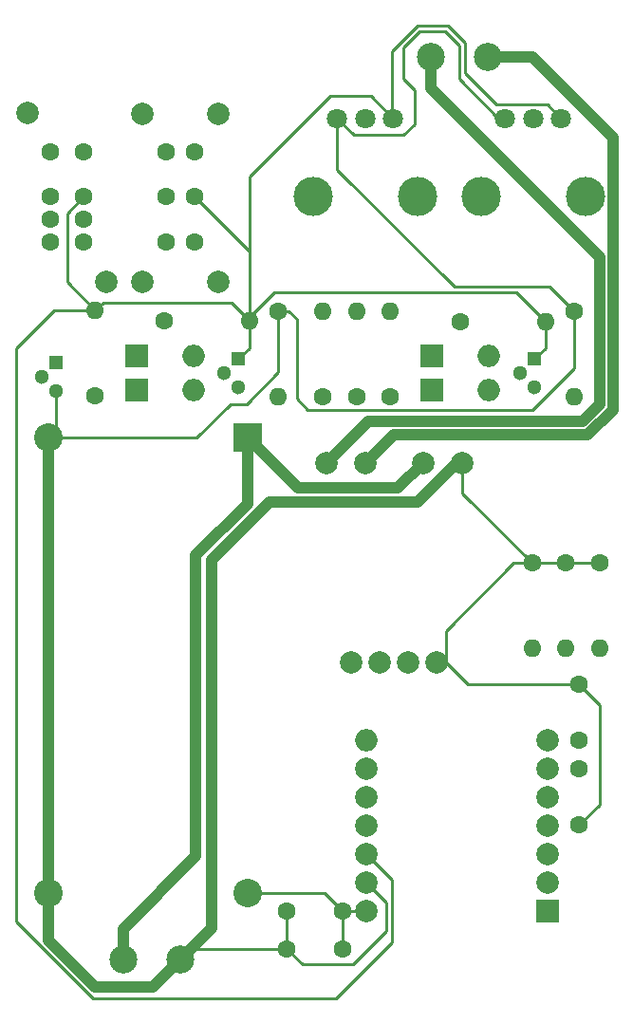
<source format=gbr>
%TF.GenerationSoftware,KiCad,Pcbnew,7.0.9*%
%TF.CreationDate,2023-12-17T20:03:09-08:00*%
%TF.ProjectId,schematic,73636865-6d61-4746-9963-2e6b69636164,rev?*%
%TF.SameCoordinates,Original*%
%TF.FileFunction,Copper,L2,Bot*%
%TF.FilePolarity,Positive*%
%FSLAX46Y46*%
G04 Gerber Fmt 4.6, Leading zero omitted, Abs format (unit mm)*
G04 Created by KiCad (PCBNEW 7.0.9) date 2023-12-17 20:03:09*
%MOMM*%
%LPD*%
G01*
G04 APERTURE LIST*
%TA.AperFunction,ComponentPad*%
%ADD10R,1.300000X1.300000*%
%TD*%
%TA.AperFunction,ComponentPad*%
%ADD11C,1.300000*%
%TD*%
%TA.AperFunction,ComponentPad*%
%ADD12C,1.600000*%
%TD*%
%TA.AperFunction,ComponentPad*%
%ADD13O,1.600000X1.600000*%
%TD*%
%TA.AperFunction,ComponentPad*%
%ADD14R,2.540000X2.540000*%
%TD*%
%TA.AperFunction,ComponentPad*%
%ADD15C,2.540000*%
%TD*%
%TA.AperFunction,ComponentPad*%
%ADD16R,2.000000X2.000000*%
%TD*%
%TA.AperFunction,ComponentPad*%
%ADD17O,2.000000X2.000000*%
%TD*%
%TA.AperFunction,ComponentPad*%
%ADD18C,2.500000*%
%TD*%
%TA.AperFunction,ComponentPad*%
%ADD19C,2.000000*%
%TD*%
%TA.AperFunction,ComponentPad*%
%ADD20O,2.000000X1.998980*%
%TD*%
%TA.AperFunction,ComponentPad*%
%ADD21C,1.800000*%
%TD*%
%TA.AperFunction,ComponentPad*%
%ADD22C,3.500000*%
%TD*%
%TA.AperFunction,Conductor*%
%ADD23C,0.250000*%
%TD*%
%TA.AperFunction,Conductor*%
%ADD24C,1.000000*%
%TD*%
G04 APERTURE END LIST*
D10*
%TO.P,Q2,1,C*%
%TO.N,/3.3V*%
X121820000Y-78940000D03*
D11*
%TO.P,Q2,2,B*%
%TO.N,Net-(D1-A)*%
X120550000Y-80210000D03*
%TO.P,Q2,3,E*%
%TO.N,/White out*%
X121820000Y-81480000D03*
%TD*%
D12*
%TO.P,R6,1*%
%TO.N,GND*%
X125330000Y-74690000D03*
D13*
%TO.P,R6,2*%
%TO.N,/White out*%
X125330000Y-82310000D03*
%TD*%
D12*
%TO.P,C4,1*%
%TO.N,GND*%
X152173560Y-108000000D03*
%TO.P,C4,2*%
%TO.N,/Speed*%
X152173560Y-113000000D03*
%TD*%
D14*
%TO.P,U2,1,Vin*%
%TO.N,/30V*%
X122610000Y-86000000D03*
D15*
%TO.P,U2,2,GND*%
%TO.N,GND*%
X104830000Y-86000000D03*
%TO.P,U2,3,GND*%
X104830000Y-126640000D03*
%TO.P,U2,4,Vout*%
%TO.N,/5V*%
X122610000Y-126640000D03*
%TD*%
D16*
%TO.P,D4,1,K*%
%TO.N,Net-(D1-K)*%
X139080000Y-81760000D03*
D17*
%TO.P,D4,2,A*%
%TO.N,Net-(D3-A)*%
X144160000Y-81760000D03*
%TD*%
D16*
%TO.P,D1,1,K*%
%TO.N,Net-(D1-K)*%
X112760000Y-78660000D03*
D17*
%TO.P,D1,2,A*%
%TO.N,Net-(D1-A)*%
X117840000Y-78660000D03*
%TD*%
D18*
%TO.P,L1,1,Out1*%
%TO.N,Net-(L1-Out1)*%
X138960000Y-52000000D03*
%TO.P,L1,2,Out2*%
%TO.N,Net-(L1-Out2)*%
X144040000Y-52000000D03*
%TD*%
D10*
%TO.P,Q1,1,C*%
%TO.N,Net-(D2-K)*%
X105500000Y-79310000D03*
D11*
%TO.P,Q1,2,B*%
%TO.N,Net-(Q1-B)*%
X104230000Y-80580000D03*
%TO.P,Q1,3,E*%
%TO.N,GND*%
X105500000Y-81850000D03*
%TD*%
D12*
%TO.P,R9,1*%
%TO.N,GND*%
X148000000Y-97190000D03*
D13*
%TO.P,R9,2*%
%TO.N,/Pattern*%
X148000000Y-104810000D03*
%TD*%
D16*
%TO.P,D3,1,K*%
%TO.N,Net-(D3-K)*%
X139080000Y-78660000D03*
D17*
%TO.P,D3,2,A*%
%TO.N,Net-(D3-A)*%
X144160000Y-78660000D03*
%TD*%
D12*
%TO.P,R8,1*%
%TO.N,GND*%
X151730000Y-74715000D03*
D13*
%TO.P,R8,2*%
%TO.N,/Color out*%
X151730000Y-82335000D03*
%TD*%
D12*
%TO.P,R3,1*%
%TO.N,/Bias*%
X135330000Y-82310000D03*
D13*
%TO.P,R3,2*%
%TO.N,Net-(D3-K)*%
X135330000Y-74690000D03*
%TD*%
D12*
%TO.P,R4,1*%
%TO.N,Net-(D2-K)*%
X109010000Y-82260000D03*
D13*
%TO.P,R4,2*%
%TO.N,/3.3V*%
X109010000Y-74640000D03*
%TD*%
D19*
%TO.P,U3,1,Power_+*%
%TO.N,/30V*%
X138250000Y-88255000D03*
%TO.P,U3,2,Power_-*%
%TO.N,GND*%
X141750000Y-88255000D03*
%TO.P,U3,3,Motor1*%
%TO.N,Net-(L1-Out1)*%
X129614000Y-88255000D03*
%TO.P,U3,4,Motor2*%
%TO.N,Net-(L1-Out2)*%
X133114000Y-88255000D03*
%TO.P,U3,5,Signal1*%
%TO.N,/White out*%
X131872000Y-106035000D03*
%TO.P,U3,6,Signal2*%
%TO.N,/Color out*%
X134412000Y-106035000D03*
%TO.P,U3,7,VM*%
%TO.N,unconnected-(U3-VM-Pad7)*%
X136952000Y-106035000D03*
%TO.P,U3,8,GND*%
%TO.N,GND*%
X139492000Y-106035000D03*
%TD*%
D16*
%TO.P,U1,1,PA02_A0_D0*%
%TO.N,unconnected-(U1-PA02_A0_D0-Pad1)*%
X149414560Y-128240000D03*
D19*
%TO.P,U1,2,PA4_A1_D1*%
%TO.N,/Pattern*%
X149414560Y-125700000D03*
%TO.P,U1,3,PA10_A2_D2*%
%TO.N,/White in*%
X149414560Y-123160000D03*
%TO.P,U1,4,PA11_A3_D3*%
%TO.N,/Color in*%
X149414560Y-120620000D03*
%TO.P,U1,5,PA8_A4_D4_SDA*%
%TO.N,unconnected-(U1-PA8_A4_D4_SDA-Pad5)*%
X149414560Y-118080000D03*
%TO.P,U1,6,PA9_A5_D5_SCL*%
%TO.N,/Intensity in*%
X149414560Y-115540000D03*
%TO.P,U1,7,PB08_A6_D6_TX*%
%TO.N,/Speed*%
X149414560Y-113000000D03*
D20*
%TO.P,U1,8,PB09_A7_D7_RX*%
%TO.N,/Bias*%
X133250000Y-113000000D03*
D19*
%TO.P,U1,9,PA7_A8_D8_SCK*%
%TO.N,/Intensity out*%
X133250000Y-115540000D03*
%TO.P,U1,10,PA5_A9_D9_MISO*%
%TO.N,unconnected-(U1-PA5_A9_D9_MISO-Pad10)*%
X133250000Y-118080000D03*
%TO.P,U1,11,PA6_A10_D10_MOSI*%
%TO.N,unconnected-(U1-PA6_A10_D10_MOSI-Pad11)*%
X133250000Y-120620000D03*
%TO.P,U1,12,3V3*%
%TO.N,/3.3V*%
X133250000Y-123160000D03*
%TO.P,U1,13,GND*%
%TO.N,GND*%
X133250000Y-125700000D03*
%TO.P,U1,14,5V*%
%TO.N,/5V*%
X133250000Y-128240000D03*
%TD*%
D12*
%TO.P,R11,1*%
%TO.N,GND*%
X154000000Y-97190000D03*
D13*
%TO.P,R11,2*%
%TO.N,/Color in*%
X154000000Y-104810000D03*
%TD*%
D12*
%TO.P,R5,1*%
%TO.N,Net-(D1-A)*%
X115160000Y-75560000D03*
D13*
%TO.P,R5,2*%
%TO.N,/3.3V*%
X122780000Y-75560000D03*
%TD*%
D12*
%TO.P,R7,1*%
%TO.N,Net-(D3-A)*%
X141560000Y-75610000D03*
D13*
%TO.P,R7,2*%
%TO.N,/3.3V*%
X149180000Y-75610000D03*
%TD*%
D12*
%TO.P,R2,1*%
%TO.N,/Intensity out*%
X132330000Y-82310000D03*
D13*
%TO.P,R2,2*%
%TO.N,Net-(D1-K)*%
X132330000Y-74690000D03*
%TD*%
D12*
%TO.P,C1,1*%
%TO.N,/5V*%
X131122000Y-128240000D03*
%TO.P,C1,2*%
%TO.N,GND*%
X126122000Y-128240000D03*
%TD*%
%TO.P,C2,1*%
%TO.N,/5V*%
X131122000Y-131590000D03*
%TO.P,C2,2*%
%TO.N,GND*%
X126122000Y-131590000D03*
%TD*%
D10*
%TO.P,Q3,1,C*%
%TO.N,/3.3V*%
X148220000Y-78940000D03*
D11*
%TO.P,Q3,2,B*%
%TO.N,Net-(D3-A)*%
X146950000Y-80210000D03*
%TO.P,Q3,3,E*%
%TO.N,/Color out*%
X148220000Y-81480000D03*
%TD*%
D12*
%TO.P,R10,1*%
%TO.N,GND*%
X151000000Y-97190000D03*
D13*
%TO.P,R10,2*%
%TO.N,/White in*%
X151000000Y-104810000D03*
%TD*%
D12*
%TO.P,C3,1*%
%TO.N,GND*%
X152173560Y-120540000D03*
%TO.P,C3,2*%
%TO.N,/Intensity in*%
X152173560Y-115540000D03*
%TD*%
%TO.P,R1,1*%
%TO.N,/Bias*%
X129330000Y-82310000D03*
D13*
%TO.P,R1,2*%
%TO.N,Net-(Q1-B)*%
X129330000Y-74690000D03*
%TD*%
D18*
%TO.P,V1,1*%
%TO.N,GND*%
X116580000Y-132545000D03*
%TO.P,V1,2*%
%TO.N,/30V*%
X111500000Y-132545000D03*
%TD*%
D16*
%TO.P,D2,1,K*%
%TO.N,Net-(D2-K)*%
X112760000Y-81760000D03*
D17*
%TO.P,D2,2,A*%
%TO.N,Net-(D1-A)*%
X117840000Y-81760000D03*
%TD*%
D21*
%TO.P,RV2,1,1*%
%TO.N,GND*%
X130600000Y-57500000D03*
%TO.P,RV2,2,2*%
%TO.N,/Intensity in*%
X133100000Y-57500000D03*
%TO.P,RV2,3,3*%
%TO.N,/3.3V*%
X135600000Y-57500000D03*
D22*
%TO.P,RV2,4*%
%TO.N,N/C*%
X128450000Y-64500000D03*
%TO.P,RV2,5*%
X137750000Y-64500000D03*
%TD*%
D12*
%TO.P,SW1,1,A*%
%TO.N,/3.3V*%
X117895000Y-64500000D03*
%TO.P,SW1,2,B*%
%TO.N,/Pattern*%
X117895000Y-60500000D03*
%TO.P,SW1,3*%
%TO.N,N/C*%
X117895000Y-68500000D03*
%TO.P,SW1,4*%
X115355000Y-64500000D03*
%TO.P,SW1,5*%
X115355000Y-60500000D03*
%TO.P,SW1,6*%
X115355000Y-68500000D03*
D19*
%TO.P,SW1,7*%
X120000000Y-57100000D03*
%TO.P,SW1,8*%
X113250000Y-57100000D03*
%TO.P,SW1,9*%
X120000000Y-72100000D03*
%TO.P,SW1,10*%
X113250000Y-72100000D03*
%TD*%
D21*
%TO.P,RV1,1,1*%
%TO.N,GND*%
X145600000Y-57500000D03*
%TO.P,RV1,2,2*%
%TO.N,/Speed*%
X148100000Y-57500000D03*
%TO.P,RV1,3,3*%
%TO.N,/3.3V*%
X150600000Y-57500000D03*
D22*
%TO.P,RV1,4*%
%TO.N,N/C*%
X143450000Y-64500000D03*
%TO.P,RV1,5*%
X152750000Y-64500000D03*
%TD*%
D12*
%TO.P,SW2,1,1*%
%TO.N,/Color in*%
X108000000Y-60500000D03*
%TO.P,SW2,2,2*%
%TO.N,/3.3V*%
X108000000Y-64500000D03*
%TO.P,SW2,3,3*%
%TO.N,/White in*%
X108000000Y-68500000D03*
%TO.P,SW2,4*%
%TO.N,N/C*%
X108000000Y-66500000D03*
%TO.P,SW2,5*%
X105000000Y-60500000D03*
%TO.P,SW2,6*%
X105000000Y-64500000D03*
%TO.P,SW2,7*%
X105000000Y-68500000D03*
%TO.P,SW2,8*%
X105000000Y-66500000D03*
D19*
%TO.P,SW2,9*%
X103000000Y-57010000D03*
%TO.P,SW2,10*%
X110000000Y-72090000D03*
%TD*%
D23*
%TO.N,GND*%
X130600000Y-57500000D02*
X130600000Y-56900000D01*
X140292000Y-106035000D02*
X140292000Y-103208000D01*
X145600000Y-57500000D02*
X145000000Y-57500000D01*
X151730000Y-79770000D02*
X148000000Y-83500000D01*
X136500000Y-54000000D02*
X137500000Y-55000000D01*
X127532000Y-133000000D02*
X126122000Y-131590000D01*
X141500000Y-51000000D02*
X140200000Y-49700000D01*
X145000000Y-57500000D02*
X141500000Y-54000000D01*
D24*
X141245000Y-88255000D02*
X137800000Y-91700000D01*
D23*
X151730000Y-74715000D02*
X151730000Y-79770000D01*
X127000000Y-75389009D02*
X126300991Y-74690000D01*
X142257000Y-108000000D02*
X140292000Y-106035000D01*
X136500000Y-59000000D02*
X132100000Y-59000000D01*
X105500000Y-85330000D02*
X104830000Y-86000000D01*
D24*
X109000000Y-135000000D02*
X104830000Y-130830000D01*
D23*
X151000000Y-97190000D02*
X154000000Y-97190000D01*
X136500000Y-51136396D02*
X136500000Y-54000000D01*
X146310000Y-97190000D02*
X148000000Y-97190000D01*
X118089430Y-86000000D02*
X104830000Y-86000000D01*
X135000000Y-130000000D02*
X132000000Y-133000000D01*
D24*
X104830000Y-130830000D02*
X104830000Y-126640000D01*
D23*
X137500000Y-58000000D02*
X136500000Y-59000000D01*
X132100000Y-59000000D02*
X130600000Y-57500000D01*
X127000000Y-82500000D02*
X127000000Y-75389009D01*
D24*
X119400000Y-129725000D02*
X119400000Y-96900000D01*
D23*
X141750000Y-90940000D02*
X148000000Y-97190000D01*
X135000000Y-127450000D02*
X135000000Y-130000000D01*
X137500000Y-55000000D02*
X137500000Y-58000000D01*
X126122000Y-128240000D02*
X126122000Y-131590000D01*
X130600000Y-62100000D02*
X130600000Y-57500000D01*
D24*
X104830000Y-86000000D02*
X104830000Y-126640000D01*
D23*
X148000000Y-97190000D02*
X151000000Y-97190000D01*
X149565000Y-72550000D02*
X141050000Y-72550000D01*
X122500000Y-83000000D02*
X121089430Y-83000000D01*
X126300991Y-74690000D02*
X125330000Y-74690000D01*
D24*
X137800000Y-91700000D02*
X124600000Y-91700000D01*
D23*
X140200000Y-49700000D02*
X137936396Y-49700000D01*
X104780000Y-127280000D02*
X104780000Y-126640000D01*
X137936396Y-49700000D02*
X136500000Y-51136396D01*
X141500000Y-54000000D02*
X141500000Y-51000000D01*
X152173560Y-120540000D02*
X154000000Y-118713560D01*
D24*
X119400000Y-96900000D02*
X124600000Y-91700000D01*
D23*
X133250000Y-125700000D02*
X135000000Y-127450000D01*
X148000000Y-83500000D02*
X128000000Y-83500000D01*
X152173560Y-108000000D02*
X142257000Y-108000000D01*
X125330000Y-74690000D02*
X125330000Y-80170000D01*
X151730000Y-74715000D02*
X149565000Y-72550000D01*
X128000000Y-83500000D02*
X127000000Y-82500000D01*
X154000000Y-109826440D02*
X152173560Y-108000000D01*
X125000000Y-75020000D02*
X125330000Y-74690000D01*
X140292000Y-103208000D02*
X146310000Y-97190000D01*
X126122000Y-131590000D02*
X117535000Y-131590000D01*
X125330000Y-80170000D02*
X122500000Y-83000000D01*
D24*
X116580000Y-132545000D02*
X114125000Y-135000000D01*
X141750000Y-88255000D02*
X141245000Y-88255000D01*
D23*
X117535000Y-131590000D02*
X116580000Y-132545000D01*
X141750000Y-88255000D02*
X141750000Y-90940000D01*
D24*
X116580000Y-132545000D02*
X119400000Y-129725000D01*
D23*
X141050000Y-72550000D02*
X130600000Y-62100000D01*
X105500000Y-81850000D02*
X105500000Y-85330000D01*
X132000000Y-133000000D02*
X127532000Y-133000000D01*
X121089430Y-83000000D02*
X118089430Y-86000000D01*
D24*
X114125000Y-135000000D02*
X109000000Y-135000000D01*
D23*
X154000000Y-118713560D02*
X154000000Y-109826440D01*
%TO.N,/Pattern*%
X149414560Y-125700000D02*
X149500000Y-125614560D01*
D24*
%TO.N,Net-(L1-Out1)*%
X154000000Y-83000000D02*
X154000000Y-69900000D01*
X152500000Y-84500000D02*
X154000000Y-83000000D01*
X138960000Y-54860000D02*
X154000000Y-69900000D01*
X129614000Y-88255000D02*
X133369000Y-84500000D01*
X133369000Y-84500000D02*
X152500000Y-84500000D01*
X138960000Y-52000000D02*
X138960000Y-54860000D01*
%TO.N,Net-(L1-Out2)*%
X155200000Y-83497056D02*
X155200000Y-59200000D01*
X155200000Y-59200000D02*
X148000000Y-52000000D01*
X133114000Y-88255000D02*
X135639000Y-85730000D01*
X148000000Y-52000000D02*
X144040000Y-52000000D01*
X135639000Y-85730000D02*
X152967056Y-85730000D01*
X152967056Y-85730000D02*
X155200000Y-83497056D01*
D23*
%TO.N,/5V*%
X122610000Y-126640000D02*
X129522000Y-126640000D01*
X131122000Y-128240000D02*
X133250000Y-128240000D01*
X131122000Y-131590000D02*
X131122000Y-128240000D01*
X129522000Y-126640000D02*
X131122000Y-128240000D01*
X130790000Y-128240000D02*
X130750000Y-128200000D01*
%TO.N,/3.3V*%
X106500000Y-66000000D02*
X108000000Y-64500000D01*
X142000000Y-53500000D02*
X142000000Y-50729530D01*
X130500000Y-136000000D02*
X108833274Y-136000000D01*
X140520470Y-49250000D02*
X137750000Y-49250000D01*
X135500000Y-51500000D02*
X135500000Y-57400000D01*
X144775000Y-56275000D02*
X142000000Y-53500000D01*
X108833274Y-136000000D02*
X102000000Y-129166726D01*
X135500000Y-57400000D02*
X135600000Y-57500000D01*
X109010000Y-74640000D02*
X106500000Y-72130000D01*
X149180000Y-77980000D02*
X148220000Y-78940000D01*
X137750000Y-49250000D02*
X135500000Y-51500000D01*
X102000000Y-78000000D02*
X105360000Y-74640000D01*
X142000000Y-50729530D02*
X140520470Y-49250000D01*
X149375000Y-56275000D02*
X144775000Y-56275000D01*
X109720991Y-73929009D02*
X121149009Y-73929009D01*
X105360000Y-74640000D02*
X109010000Y-74640000D01*
X149180000Y-75610000D02*
X146570000Y-73000000D01*
X106500000Y-72130000D02*
X106500000Y-66000000D01*
X121149009Y-73929009D02*
X122780000Y-75560000D01*
X122780000Y-77980000D02*
X121820000Y-78940000D01*
X122780000Y-62720000D02*
X130000000Y-55500000D01*
X149180000Y-75610000D02*
X149180000Y-77980000D01*
X135500000Y-125410000D02*
X135500000Y-131000000D01*
X122780000Y-75560000D02*
X122780000Y-77980000D01*
X109010000Y-74640000D02*
X109720991Y-73929009D01*
X125000000Y-73000000D02*
X122780000Y-75220000D01*
X133600000Y-55500000D02*
X135600000Y-57500000D01*
X133250000Y-123160000D02*
X135500000Y-125410000D01*
X102000000Y-129166726D02*
X102000000Y-78000000D01*
X135500000Y-131000000D02*
X130500000Y-136000000D01*
X117895000Y-64500000D02*
X122780000Y-69385000D01*
X122780000Y-75220000D02*
X122780000Y-75560000D01*
X146570000Y-73000000D02*
X125000000Y-73000000D01*
X150600000Y-57500000D02*
X149375000Y-56275000D01*
X122780000Y-69385000D02*
X122780000Y-75560000D01*
X130000000Y-55500000D02*
X133600000Y-55500000D01*
X122780000Y-75560000D02*
X122780000Y-62720000D01*
D24*
%TO.N,/30V*%
X122610000Y-86000000D02*
X122610000Y-91890000D01*
X122610000Y-91890000D02*
X118000000Y-96500000D01*
X118000000Y-96500000D02*
X118000000Y-123300000D01*
X136005000Y-90500000D02*
X127110000Y-90500000D01*
X111500000Y-132545000D02*
X111500000Y-129800000D01*
X138250000Y-88255000D02*
X136005000Y-90500000D01*
X127110000Y-90500000D02*
X122610000Y-86000000D01*
X111500000Y-129800000D02*
X118000000Y-123300000D01*
%TD*%
M02*

</source>
